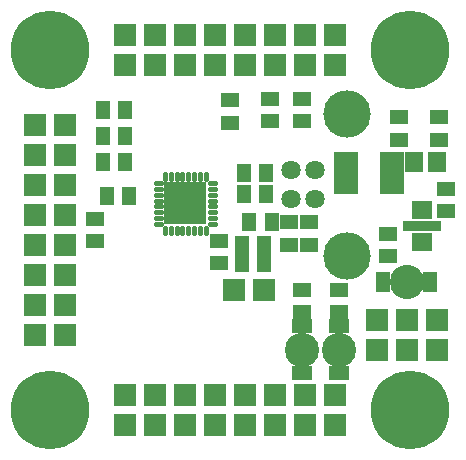
<source format=gbr>
G75*
G70*
%OFA0B0*%
%FSLAX24Y24*%
%IPPOS*%
%LPD*%
%AMOC8*
5,1,8,0,0,1.08239X$1,22.5*
%
%ADD10C,0.0157*%
%ADD11R,0.1417X0.1417*%
%ADD12C,0.2620*%
%ADD13R,0.0493X0.0671*%
%ADD14C,0.1143*%
%ADD15R,0.0671X0.0493*%
%ADD16C,0.0642*%
%ADD17C,0.1580*%
%ADD18R,0.0828X0.1419*%
%ADD19R,0.0590X0.0470*%
%ADD20R,0.0470X0.0590*%
%ADD21R,0.0730X0.0730*%
%ADD22R,0.0671X0.0592*%
%ADD23R,0.1261X0.0356*%
%ADD24R,0.0592X0.0671*%
D10*
X006116Y010159D02*
X006116Y010317D01*
X005978Y010454D02*
X005821Y010454D01*
X005821Y010651D02*
X005978Y010651D01*
X005978Y010848D02*
X005821Y010848D01*
X005821Y011045D02*
X005978Y011045D01*
X005978Y011242D02*
X005821Y011242D01*
X005821Y011439D02*
X005978Y011439D01*
X005978Y011635D02*
X005821Y011635D01*
X005821Y011832D02*
X005978Y011832D01*
X006116Y011970D02*
X006116Y012128D01*
X006313Y012128D02*
X006313Y011970D01*
X006510Y011970D02*
X006510Y012128D01*
X006707Y012128D02*
X006707Y011970D01*
X006903Y011970D02*
X006903Y012128D01*
X007100Y012128D02*
X007100Y011970D01*
X007297Y011970D02*
X007297Y012128D01*
X007494Y012128D02*
X007494Y011970D01*
X007632Y011832D02*
X007789Y011832D01*
X007789Y011635D02*
X007632Y011635D01*
X007632Y011439D02*
X007789Y011439D01*
X007789Y011242D02*
X007632Y011242D01*
X007632Y011045D02*
X007789Y011045D01*
X007789Y010848D02*
X007632Y010848D01*
X007632Y010651D02*
X007789Y010651D01*
X007789Y010454D02*
X007632Y010454D01*
X007494Y010317D02*
X007494Y010159D01*
X007297Y010159D02*
X007297Y010317D01*
X007100Y010317D02*
X007100Y010159D01*
X006903Y010159D02*
X006903Y010317D01*
X006707Y010317D02*
X006707Y010159D01*
X006510Y010159D02*
X006510Y010317D01*
X006313Y010317D02*
X006313Y010159D01*
D11*
X006805Y011143D03*
D12*
X002305Y004268D03*
X014305Y004268D03*
X014305Y016268D03*
X002305Y016268D03*
D13*
X013393Y008518D03*
X014967Y008518D03*
D14*
X014180Y008518D03*
X011930Y006268D03*
X010680Y006268D03*
D15*
X010680Y005481D03*
X011930Y005481D03*
X011930Y007056D03*
X010680Y007056D03*
D16*
X010330Y011276D03*
X011117Y011276D03*
X011117Y012260D03*
X010330Y012260D03*
D17*
X012180Y014131D03*
X012180Y009406D03*
D18*
X012162Y012143D03*
X013698Y012143D03*
D19*
X013930Y013269D03*
X013930Y014017D03*
X015243Y014017D03*
X015243Y013269D03*
X015493Y011642D03*
X015493Y010894D03*
X013555Y010142D03*
X013555Y009394D03*
X011930Y008267D03*
X011930Y007519D03*
X010680Y007519D03*
X010680Y008267D03*
X010930Y009769D03*
X010243Y009769D03*
X010243Y010517D03*
X010930Y010517D03*
X007930Y009892D03*
X007930Y009144D03*
X003805Y009894D03*
X003805Y010642D03*
X008305Y013832D03*
X008305Y014580D03*
X009618Y014642D03*
X009618Y013894D03*
X010680Y013894D03*
X010680Y014642D03*
D20*
X009492Y012143D03*
X009492Y011456D03*
X008743Y011456D03*
X008743Y012143D03*
X008931Y010518D03*
X009679Y010518D03*
X009429Y009768D03*
X009429Y009143D03*
X008681Y009143D03*
X008681Y009768D03*
X004929Y011393D03*
X004181Y011393D03*
X004056Y012518D03*
X004804Y012518D03*
X004804Y013393D03*
X004056Y013393D03*
X004056Y014268D03*
X004804Y014268D03*
D21*
X004805Y015768D03*
X005805Y015768D03*
X006805Y015768D03*
X007805Y015768D03*
X008805Y015768D03*
X009805Y015768D03*
X010805Y015768D03*
X011805Y015768D03*
X011805Y016768D03*
X010805Y016768D03*
X009805Y016768D03*
X008805Y016768D03*
X007805Y016768D03*
X006805Y016768D03*
X005805Y016768D03*
X004805Y016768D03*
X002805Y013768D03*
X002805Y012768D03*
X002805Y011768D03*
X002805Y010768D03*
X002805Y009768D03*
X002805Y008768D03*
X002805Y007768D03*
X002805Y006768D03*
X001805Y006768D03*
X001805Y007768D03*
X001805Y008768D03*
X001805Y009768D03*
X001805Y010768D03*
X001805Y011768D03*
X001805Y012768D03*
X001805Y013768D03*
X008430Y008268D03*
X009430Y008268D03*
X009805Y004768D03*
X009805Y003768D03*
X008805Y003768D03*
X008805Y004768D03*
X007805Y004768D03*
X007805Y003768D03*
X006805Y003768D03*
X005805Y003768D03*
X005805Y004768D03*
X006805Y004768D03*
X004805Y004768D03*
X004805Y003768D03*
X010805Y003768D03*
X010805Y004768D03*
X011805Y004768D03*
X011805Y003768D03*
X013180Y006268D03*
X014180Y006268D03*
X015180Y006268D03*
X015180Y007268D03*
X014180Y007268D03*
X013180Y007268D03*
D22*
X014680Y009862D03*
X014680Y010925D03*
D23*
X014680Y010393D03*
D24*
X014431Y012518D03*
X015179Y012518D03*
M02*

</source>
